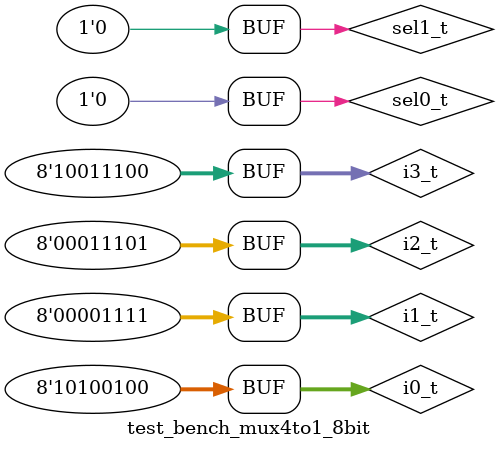
<source format=v>
module mux4to1(sel1, sel0, i0, i1, i2, i3 , f);
  input sel1, sel0, i0, i1, i2, i3;
  output f;
  wire w1, w2, w3, w4, nsel1, nsel0;

  not(nsel1, sel1);
  not(nsel0, sel0);
  and(w1, nsel1, nsel0, i0);
  and(w2, nsel1, sel0, i1);
  and(w3, sel1, nsel0, i2);
  and(w4, sel1, sel0, i3);
  or(f, w1, w2, w3, w4);
  
endmodule

module mux4to1_8bit(sel1, sel0, i0, i1, i2, i3 , f);
  input sel1, sel0;
  input [7:0]i3, i2, i1, i0;
  output [7:0]f;

  mux4to1 mux1(.sel1(sel1), .sel0(sel0), .i0(i0[0]), .i1(i1[0]), .i2(i2[0]), .i3(i3[0]), .f(f[0]));
  mux4to1 mux2(.sel1(sel1), .sel0(sel0), .i0(i0[1]), .i1(i1[1]), .i2(i2[1]), .i3(i3[1]), .f(f[1]));
  mux4to1 mux3(.sel1(sel1), .sel0(sel0), .i0(i0[2]), .i1(i1[2]), .i2(i2[2]), .i3(i3[2]), .f(f[2]));
  mux4to1 mux4(.sel1(sel1), .sel0(sel0), .i0(i0[3]), .i1(i1[3]), .i2(i2[3]), .i3(i3[3]), .f(f[3]));
  mux4to1 mux5(.sel1(sel1), .sel0(sel0), .i0(i0[4]), .i1(i1[4]), .i2(i2[4]), .i3(i3[4]), .f(f[4]));
  mux4to1 mux6(.sel1(sel1), .sel0(sel0), .i0(i0[5]), .i1(i1[5]), .i2(i2[5]), .i3(i3[5]), .f(f[5]));
  mux4to1 mux7(.sel1(sel1), .sel0(sel0), .i0(i0[6]), .i1(i1[6]), .i2(i2[6]), .i3(i3[6]), .f(f[6]));
  mux4to1 mux8(.sel1(sel1), .sel0(sel0), .i0(i0[7]), .i1(i1[7]), .i2(i2[7]), .i3(i3[7]), .f(f[7]));
endmodule

module test_bench_mux4to1_8bit;
  reg [7:0]i0_t, i1_t, i2_t, i3_t;
  reg sel1_t, sel0_t;
  wire [7:0]f_t;

  mux4to1_8bit mux(.sel1(sel1_t), .sel0(sel0_t), .i0(i0_t), .i1(i1_t), .i2(i2_t), .i3(i3_t), .f(f_t));
  initial begin
    $monitor("sel1=%b, sel0=%b, i0=%b, i1=%b, i2=%b, i3=%b f=%b", sel1_t, sel0_t, i0_t, i1_t, i2_t, i3_t, f_t);
    sel1_t=1'b0; sel0_t=1'b0; i0_t=8'b10100100; i1_t=8'b00001111; i2_t=8'b00011101; i3_t=8'b10011100;    
  end
endmodule

</source>
